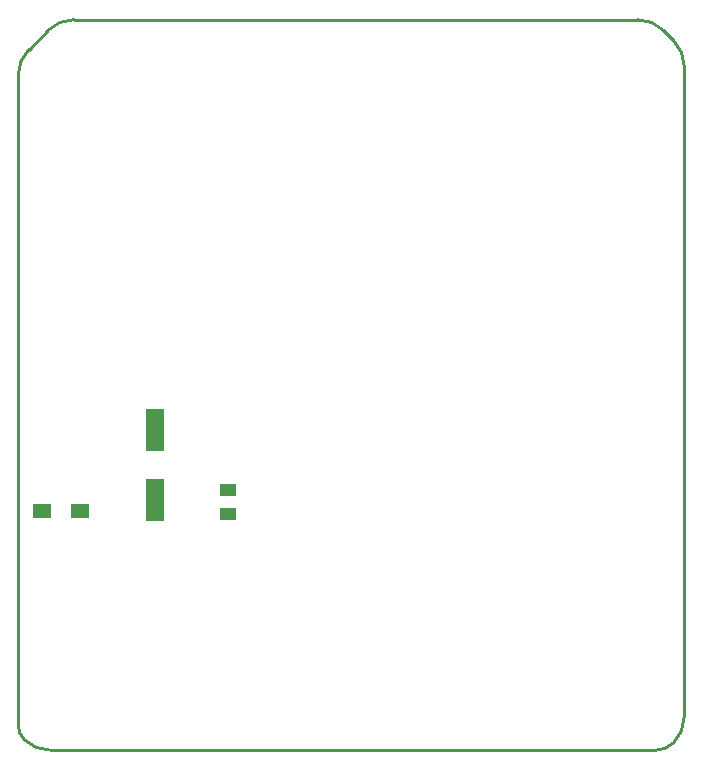
<source format=gtp>
G04 Layer_Color=8421504*
%FSLAX25Y25*%
%MOIN*%
G70*
G01*
G75*
%ADD10R,0.06299X0.04724*%
G04:AMPARAMS|DCode=11|XSize=141.73mil|YSize=62.99mil|CornerRadius=7.87mil|HoleSize=0mil|Usage=FLASHONLY|Rotation=270.000|XOffset=0mil|YOffset=0mil|HoleType=Round|Shape=RoundedRectangle|*
%AMROUNDEDRECTD11*
21,1,0.14173,0.04724,0,0,270.0*
21,1,0.12598,0.06299,0,0,270.0*
1,1,0.01575,-0.02362,-0.06299*
1,1,0.01575,-0.02362,0.06299*
1,1,0.01575,0.02362,0.06299*
1,1,0.01575,0.02362,-0.06299*
%
%ADD11ROUNDEDRECTD11*%
%ADD12R,0.05512X0.04331*%
%ADD14C,0.01000*%
D10*
X165602Y183157D02*
D03*
X153004D02*
D03*
D11*
X190500Y210228D02*
D03*
Y187000D02*
D03*
D12*
X215000Y190243D02*
D03*
Y182369D02*
D03*
D14*
X360035Y343464D02*
G03*
X351500Y347000I-8535J-8535D01*
G01*
X367000Y331500D02*
G03*
X363464Y340036I-12071J0D01*
G01*
Y105965D02*
G03*
X367000Y114500I-8535J8535D01*
G01*
X357515Y103500D02*
G03*
X363464Y105965I0J8414D01*
G01*
X146965Y107036D02*
G03*
X155500Y103500I8535J8535D01*
G01*
X145000Y111778D02*
G03*
X146965Y107036I6707J0D01*
G01*
X148536Y337035D02*
G03*
X145000Y328500I8535J-8535D01*
G01*
X163500Y347000D02*
G03*
X154964Y343464I0J-12071D01*
G01*
X281000Y347000D02*
X351500D01*
X360035Y343464D02*
X363464Y340036D01*
X367000Y114500D02*
Y331500D01*
X155500Y103500D02*
X357515D01*
X145000Y111778D02*
Y319500D01*
Y328500D01*
X148536Y337035D02*
X154964Y343464D01*
X163500Y347000D02*
X281000D01*
M02*

</source>
